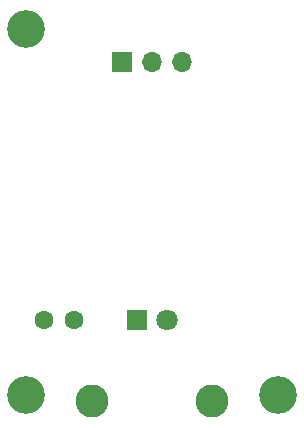
<source format=gbr>
%TF.GenerationSoftware,KiCad,Pcbnew,8.0.1*%
%TF.CreationDate,2024-11-01T11:19:19+01:00*%
%TF.ProjectId,Liquid-Sensor-Zisterne,4c697175-6964-42d5-9365-6e736f722d5a,rev?*%
%TF.SameCoordinates,Original*%
%TF.FileFunction,Soldermask,Bot*%
%TF.FilePolarity,Negative*%
%FSLAX46Y46*%
G04 Gerber Fmt 4.6, Leading zero omitted, Abs format (unit mm)*
G04 Created by KiCad (PCBNEW 8.0.1) date 2024-11-01 11:19:19*
%MOMM*%
%LPD*%
G01*
G04 APERTURE LIST*
%ADD10C,2.800000*%
%ADD11R,1.700000X1.700000*%
%ADD12O,1.700000X1.700000*%
%ADD13C,3.200000*%
%ADD14R,1.800000X1.800000*%
%ADD15C,1.800000*%
%ADD16C,1.600000*%
G04 APERTURE END LIST*
D10*
%TO.C,J3*%
X164592000Y-92710000D03*
%TD*%
D11*
%TO.C,J1*%
X156972000Y-64008000D03*
D12*
X159512000Y-64008000D03*
X162052000Y-64008000D03*
%TD*%
D13*
%TO.C,H2*%
X148844000Y-92202000D03*
%TD*%
D10*
%TO.C,J2*%
X154432000Y-92710000D03*
%TD*%
D14*
%TO.C,D2*%
X158237000Y-85852000D03*
D15*
X160777000Y-85852000D03*
%TD*%
D13*
%TO.C,H3*%
X170180000Y-92202000D03*
%TD*%
D16*
%TO.C,C2*%
X150388000Y-85852000D03*
X152888000Y-85852000D03*
%TD*%
D13*
%TO.C,H1*%
X148844000Y-61214000D03*
%TD*%
M02*

</source>
